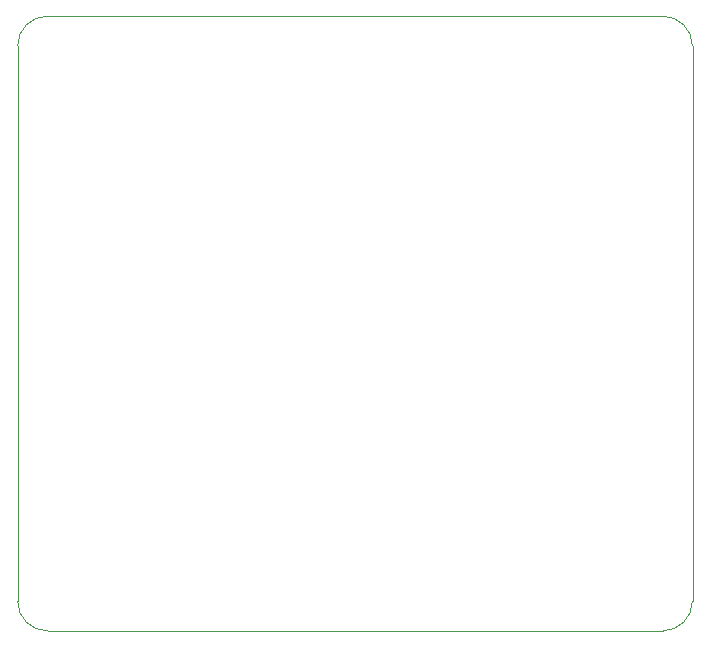
<source format=gbr>
%TF.GenerationSoftware,KiCad,Pcbnew,7.0.10*%
%TF.CreationDate,2026-01-21T09:32:35+08:00*%
%TF.ProjectId,KiCad_Esp32_LotNoDisplay,4b694361-645f-4457-9370-33325f4c6f74,rev?*%
%TF.SameCoordinates,Original*%
%TF.FileFunction,Profile,NP*%
%FSLAX46Y46*%
G04 Gerber Fmt 4.6, Leading zero omitted, Abs format (unit mm)*
G04 Created by KiCad (PCBNEW 7.0.10) date 2026-01-21 09:32:35*
%MOMM*%
%LPD*%
G01*
G04 APERTURE LIST*
%TA.AperFunction,Profile*%
%ADD10C,0.100000*%
%TD*%
G04 APERTURE END LIST*
D10*
X22860000Y-25400000D02*
G75*
G03*
X20320000Y-27940000I0J-2540000D01*
G01*
X22860000Y-25400000D02*
X74930000Y-25400000D01*
X74930000Y-77470000D02*
G75*
G03*
X77470000Y-74930000I0J2540000D01*
G01*
X20320000Y-74930000D02*
G75*
G03*
X22860000Y-77470000I2540000J0D01*
G01*
X74930000Y-77470000D02*
X22860000Y-77470000D01*
X20320000Y-74930000D02*
X20320000Y-27940000D01*
X77470000Y-27940000D02*
G75*
G03*
X74930000Y-25400000I-2540000J0D01*
G01*
X77470000Y-27940000D02*
X77470000Y-74930000D01*
M02*

</source>
